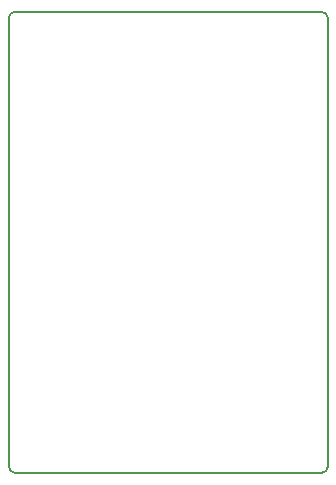
<source format=gko>
G04 DipTrace 3.2.0.1*
G04 xbee_jst_opl.gko*
%MOIN*%
G04 #@! TF.FileFunction,Profile*
G04 #@! TF.Part,Single*
%ADD11C,0.005512*%
%FSLAX26Y26*%
G04*
G70*
G90*
G75*
G01*
G04 BoardOutline*
%LPD*%
X413386Y393701D2*
D11*
X1437008D1*
G03X1456693Y413386I2J19683D01*
G01*
Y1909449D1*
G03X1437008Y1929134I-19683J2D01*
G01*
X413386D1*
G03X393701Y1909449I-2J-19683D01*
G01*
Y413386D1*
G03X413386Y393701I19683J-2D01*
G01*
M02*

</source>
